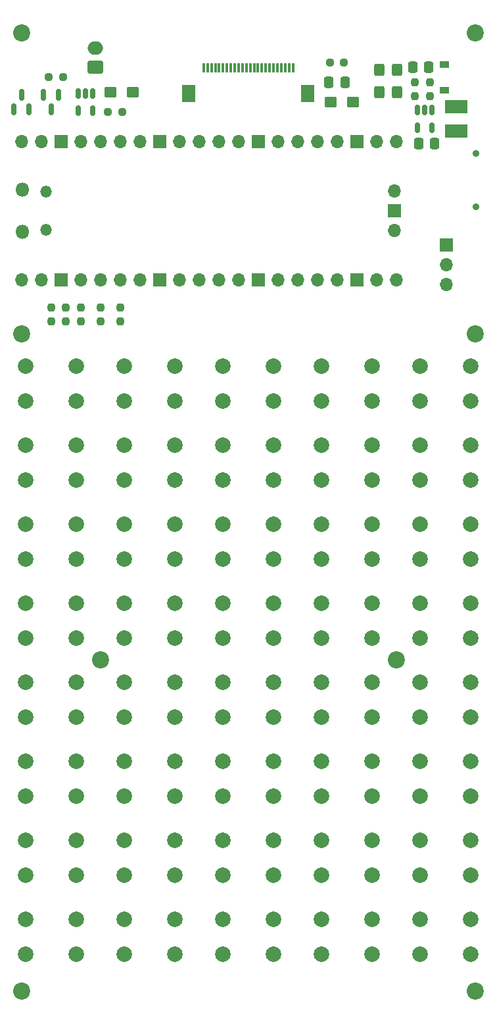
<source format=gbr>
%TF.GenerationSoftware,KiCad,Pcbnew,6.0.5+dfsg-1~bpo11+1*%
%TF.CreationDate,2022-10-03T08:51:32+13:00*%
%TF.ProjectId,ThinCalculator,5468696e-4361-46c6-9375-6c61746f722e,rev?*%
%TF.SameCoordinates,Original*%
%TF.FileFunction,Soldermask,Top*%
%TF.FilePolarity,Negative*%
%FSLAX46Y46*%
G04 Gerber Fmt 4.6, Leading zero omitted, Abs format (unit mm)*
G04 Created by KiCad (PCBNEW 6.0.5+dfsg-1~bpo11+1) date 2022-10-03 08:51:32*
%MOMM*%
%LPD*%
G01*
G04 APERTURE LIST*
G04 Aperture macros list*
%AMRoundRect*
0 Rectangle with rounded corners*
0 $1 Rounding radius*
0 $2 $3 $4 $5 $6 $7 $8 $9 X,Y pos of 4 corners*
0 Add a 4 corners polygon primitive as box body*
4,1,4,$2,$3,$4,$5,$6,$7,$8,$9,$2,$3,0*
0 Add four circle primitives for the rounded corners*
1,1,$1+$1,$2,$3*
1,1,$1+$1,$4,$5*
1,1,$1+$1,$6,$7*
1,1,$1+$1,$8,$9*
0 Add four rect primitives between the rounded corners*
20,1,$1+$1,$2,$3,$4,$5,0*
20,1,$1+$1,$4,$5,$6,$7,0*
20,1,$1+$1,$6,$7,$8,$9,0*
20,1,$1+$1,$8,$9,$2,$3,0*%
G04 Aperture macros list end*
%ADD10O,2.000000X1.700000*%
%ADD11RoundRect,0.250000X0.750000X-0.600000X0.750000X0.600000X-0.750000X0.600000X-0.750000X-0.600000X0*%
%ADD12C,2.200000*%
%ADD13R,0.300000X1.300000*%
%ADD14R,1.800000X2.200000*%
%ADD15R,1.700000X1.700000*%
%ADD16O,1.700000X1.700000*%
%ADD17R,1.200000X0.900000*%
%ADD18RoundRect,0.237500X-0.237500X0.250000X-0.237500X-0.250000X0.237500X-0.250000X0.237500X0.250000X0*%
%ADD19RoundRect,0.237500X0.237500X-0.250000X0.237500X0.250000X-0.237500X0.250000X-0.237500X-0.250000X0*%
%ADD20RoundRect,0.250000X0.337500X0.475000X-0.337500X0.475000X-0.337500X-0.475000X0.337500X-0.475000X0*%
%ADD21R,2.900000X1.800000*%
%ADD22RoundRect,0.150000X-0.150000X0.512500X-0.150000X-0.512500X0.150000X-0.512500X0.150000X0.512500X0*%
%ADD23C,2.000000*%
%ADD24RoundRect,0.237500X0.250000X0.237500X-0.250000X0.237500X-0.250000X-0.237500X0.250000X-0.237500X0*%
%ADD25RoundRect,0.150000X0.150000X-0.587500X0.150000X0.587500X-0.150000X0.587500X-0.150000X-0.587500X0*%
%ADD26RoundRect,0.250000X-0.425000X0.537500X-0.425000X-0.537500X0.425000X-0.537500X0.425000X0.537500X0*%
%ADD27RoundRect,0.237500X-0.250000X-0.237500X0.250000X-0.237500X0.250000X0.237500X-0.250000X0.237500X0*%
%ADD28RoundRect,0.150000X-0.150000X0.587500X-0.150000X-0.587500X0.150000X-0.587500X0.150000X0.587500X0*%
%ADD29RoundRect,0.250000X-0.337500X-0.475000X0.337500X-0.475000X0.337500X0.475000X-0.337500X0.475000X0*%
%ADD30O,1.500000X1.500000*%
%ADD31O,1.800000X1.800000*%
%ADD32RoundRect,0.250000X-0.537500X-0.425000X0.537500X-0.425000X0.537500X0.425000X-0.537500X0.425000X0*%
%ADD33C,0.900000*%
G04 APERTURE END LIST*
D10*
%TO.C,J2*%
X110226974Y-39781974D03*
D11*
X110226974Y-42281974D03*
%TD*%
D12*
%TO.C,H8*%
X148961974Y-118481974D03*
%TD*%
%TO.C,H7*%
X110861974Y-118481974D03*
%TD*%
%TO.C,H6*%
X159121974Y-161026974D03*
%TD*%
%TO.C,H5*%
X100701974Y-161026974D03*
%TD*%
%TO.C,H4*%
X159121974Y-76571974D03*
%TD*%
%TO.C,H3*%
X100701974Y-76571974D03*
%TD*%
%TO.C,H2*%
X159121974Y-37836974D03*
%TD*%
%TO.C,H1*%
X100701974Y-37836974D03*
%TD*%
D13*
%TO.C,U3*%
X124161974Y-42336974D03*
X124661974Y-42336974D03*
X125161974Y-42336974D03*
X125661974Y-42336974D03*
X126161974Y-42336974D03*
X126661974Y-42336974D03*
X127161974Y-42336974D03*
X127661974Y-42336974D03*
X128161974Y-42336974D03*
X128661974Y-42336974D03*
X129161974Y-42336974D03*
X129661974Y-42336974D03*
X130161974Y-42336974D03*
X130661974Y-42336974D03*
X131161974Y-42336974D03*
X131661974Y-42336974D03*
X132161974Y-42336974D03*
X132661974Y-42336974D03*
X133161974Y-42336974D03*
X133661974Y-42336974D03*
X134161974Y-42336974D03*
X134661974Y-42336974D03*
X135161974Y-42336974D03*
X135661974Y-42336974D03*
D14*
X137561974Y-45586974D03*
X122261974Y-45586974D03*
%TD*%
D15*
%TO.C,J1*%
X155438974Y-65141974D03*
D16*
X155438974Y-67681974D03*
X155438974Y-70221974D03*
%TD*%
D17*
%TO.C,D1*%
X155184974Y-41901974D03*
X155184974Y-45201974D03*
%TD*%
D18*
%TO.C,R1*%
X153279974Y-44163474D03*
X153279974Y-45988474D03*
%TD*%
D19*
%TO.C,R2*%
X151374974Y-45988474D03*
X151374974Y-44163474D03*
%TD*%
D20*
%TO.C,C1*%
X153936474Y-52060974D03*
X151861474Y-52060974D03*
%TD*%
D21*
%TO.C,L1*%
X156708974Y-50485974D03*
X156708974Y-47285974D03*
%TD*%
D20*
%TO.C,C2*%
X153174474Y-42281974D03*
X151099474Y-42281974D03*
%TD*%
D22*
%TO.C,U1*%
X153594974Y-47748474D03*
X152644974Y-47748474D03*
X151694974Y-47748474D03*
X151694974Y-50023474D03*
X153594974Y-50023474D03*
%TD*%
D23*
%TO.C,SW41*%
X158561974Y-151791974D03*
X152061974Y-151791974D03*
X158561974Y-156291974D03*
X152061974Y-156291974D03*
%TD*%
%TO.C,SW40*%
X158561974Y-141631974D03*
X152061974Y-141631974D03*
X158561974Y-146131974D03*
X152061974Y-146131974D03*
%TD*%
%TO.C,SW39*%
X158561974Y-131471974D03*
X152061974Y-131471974D03*
X158561974Y-135971974D03*
X152061974Y-135971974D03*
%TD*%
%TO.C,SW38*%
X158561974Y-121311974D03*
X152061974Y-121311974D03*
X158561974Y-125811974D03*
X152061974Y-125811974D03*
%TD*%
%TO.C,SW37*%
X158561974Y-111151974D03*
X152061974Y-111151974D03*
X158561974Y-115651974D03*
X152061974Y-115651974D03*
%TD*%
%TO.C,SW36*%
X158561974Y-100991974D03*
X152061974Y-100991974D03*
X158561974Y-105491974D03*
X152061974Y-105491974D03*
%TD*%
%TO.C,SW35*%
X158561974Y-90831974D03*
X152061974Y-90831974D03*
X158561974Y-95331974D03*
X152061974Y-95331974D03*
%TD*%
%TO.C,SW34*%
X158561974Y-80671974D03*
X152061974Y-80671974D03*
X158561974Y-85171974D03*
X152061974Y-85171974D03*
%TD*%
%TO.C,SW33*%
X145861974Y-151791974D03*
X139361974Y-151791974D03*
X145861974Y-156291974D03*
X139361974Y-156291974D03*
%TD*%
%TO.C,SW32*%
X145861974Y-141631974D03*
X139361974Y-141631974D03*
X145861974Y-146131974D03*
X139361974Y-146131974D03*
%TD*%
%TO.C,SW31*%
X145861974Y-131471974D03*
X139361974Y-131471974D03*
X145861974Y-135971974D03*
X139361974Y-135971974D03*
%TD*%
%TO.C,SW30*%
X145861974Y-121311974D03*
X139361974Y-121311974D03*
X145861974Y-125811974D03*
X139361974Y-125811974D03*
%TD*%
%TO.C,SW29*%
X145861974Y-111151974D03*
X139361974Y-111151974D03*
X145861974Y-115651974D03*
X139361974Y-115651974D03*
%TD*%
%TO.C,SW28*%
X145861974Y-100991974D03*
X139361974Y-100991974D03*
X145861974Y-105491974D03*
X139361974Y-105491974D03*
%TD*%
%TO.C,SW27*%
X145861974Y-90831974D03*
X139361974Y-90831974D03*
X145861974Y-95331974D03*
X139361974Y-95331974D03*
%TD*%
%TO.C,SW26*%
X145861974Y-80671974D03*
X139361974Y-80671974D03*
X145861974Y-85171974D03*
X139361974Y-85171974D03*
%TD*%
%TO.C,SW25*%
X133161974Y-151791974D03*
X126661974Y-151791974D03*
X133161974Y-156291974D03*
X126661974Y-156291974D03*
%TD*%
%TO.C,SW24*%
X133161974Y-141631974D03*
X126661974Y-141631974D03*
X133161974Y-146131974D03*
X126661974Y-146131974D03*
%TD*%
%TO.C,SW23*%
X133161974Y-131471974D03*
X126661974Y-131471974D03*
X133161974Y-135971974D03*
X126661974Y-135971974D03*
%TD*%
%TO.C,SW22*%
X133161974Y-121311974D03*
X126661974Y-121311974D03*
X133161974Y-125811974D03*
X126661974Y-125811974D03*
%TD*%
%TO.C,SW21*%
X133161974Y-111151974D03*
X126661974Y-111151974D03*
X133161974Y-115651974D03*
X126661974Y-115651974D03*
%TD*%
%TO.C,SW20*%
X133161974Y-100991974D03*
X126661974Y-100991974D03*
X133161974Y-105491974D03*
X126661974Y-105491974D03*
%TD*%
%TO.C,SW19*%
X133161974Y-90831974D03*
X126661974Y-90831974D03*
X133161974Y-95331974D03*
X126661974Y-95331974D03*
%TD*%
%TO.C,SW18*%
X133161974Y-80671974D03*
X126661974Y-80671974D03*
X133161974Y-85171974D03*
X126661974Y-85171974D03*
%TD*%
%TO.C,SW17*%
X120461974Y-151791974D03*
X113961974Y-151791974D03*
X120461974Y-156291974D03*
X113961974Y-156291974D03*
%TD*%
%TO.C,SW16*%
X120461974Y-141631974D03*
X113961974Y-141631974D03*
X120461974Y-146131974D03*
X113961974Y-146131974D03*
%TD*%
%TO.C,SW15*%
X120461974Y-131471974D03*
X113961974Y-131471974D03*
X120461974Y-135971974D03*
X113961974Y-135971974D03*
%TD*%
%TO.C,SW14*%
X120461974Y-121311974D03*
X113961974Y-121311974D03*
X120461974Y-125811974D03*
X113961974Y-125811974D03*
%TD*%
%TO.C,SW13*%
X120461974Y-111151974D03*
X113961974Y-111151974D03*
X120461974Y-115651974D03*
X113961974Y-115651974D03*
%TD*%
%TO.C,SW12*%
X120461974Y-100991974D03*
X113961974Y-100991974D03*
X120461974Y-105491974D03*
X113961974Y-105491974D03*
%TD*%
%TO.C,SW11*%
X120461974Y-90831974D03*
X113961974Y-90831974D03*
X120461974Y-95331974D03*
X113961974Y-95331974D03*
%TD*%
%TO.C,SW10*%
X120461974Y-80671974D03*
X113961974Y-80671974D03*
X120461974Y-85171974D03*
X113961974Y-85171974D03*
%TD*%
%TO.C,SW9*%
X107761974Y-151791974D03*
X101261974Y-151791974D03*
X107761974Y-156291974D03*
X101261974Y-156291974D03*
%TD*%
%TO.C,SW8*%
X107761974Y-141631974D03*
X101261974Y-141631974D03*
X107761974Y-146131974D03*
X101261974Y-146131974D03*
%TD*%
%TO.C,SW7*%
X107761974Y-131471974D03*
X101261974Y-131471974D03*
X107761974Y-135971974D03*
X101261974Y-135971974D03*
%TD*%
%TO.C,SW6*%
X107761974Y-121311974D03*
X101261974Y-121311974D03*
X107761974Y-125811974D03*
X101261974Y-125811974D03*
%TD*%
%TO.C,SW5*%
X107761974Y-111151974D03*
X101261974Y-111151974D03*
X107761974Y-115651974D03*
X101261974Y-115651974D03*
%TD*%
%TO.C,SW4*%
X107761974Y-100991974D03*
X101261974Y-100991974D03*
X107761974Y-105491974D03*
X101261974Y-105491974D03*
%TD*%
%TO.C,SW3*%
X107761974Y-90831974D03*
X101261974Y-90831974D03*
X107761974Y-95331974D03*
X101261974Y-95331974D03*
%TD*%
%TO.C,SW2*%
X107761974Y-80671974D03*
X101261974Y-80671974D03*
X107761974Y-85171974D03*
X101261974Y-85171974D03*
%TD*%
D24*
%TO.C,R4*%
X142254474Y-41646974D03*
X140429474Y-41646974D03*
%TD*%
%TO.C,R3*%
X106059474Y-43551974D03*
X104234474Y-43551974D03*
%TD*%
D25*
%TO.C,Q2*%
X100701974Y-45789474D03*
X101651974Y-47664474D03*
X99751974Y-47664474D03*
%TD*%
D26*
%TO.C,C4*%
X146802974Y-42622474D03*
X146802974Y-45497474D03*
%TD*%
D27*
%TO.C,R5*%
X111854474Y-47996974D03*
X113679474Y-47996974D03*
%TD*%
D18*
%TO.C,R10*%
X106416974Y-73119474D03*
X106416974Y-74944474D03*
%TD*%
%TO.C,R6*%
X113401974Y-73119474D03*
X113401974Y-74944474D03*
%TD*%
%TO.C,R7*%
X108321974Y-73119474D03*
X108321974Y-74944474D03*
%TD*%
D22*
%TO.C,U4*%
X109906974Y-45589474D03*
X108956974Y-45589474D03*
X108006974Y-45589474D03*
X108006974Y-47864474D03*
X109906974Y-47864474D03*
%TD*%
D18*
%TO.C,R8*%
X104511974Y-73119474D03*
X104511974Y-74944474D03*
%TD*%
%TO.C,R9*%
X110861974Y-73119474D03*
X110861974Y-74944474D03*
%TD*%
D28*
%TO.C,Q1*%
X105461974Y-45789474D03*
X103561974Y-45789474D03*
X104511974Y-47664474D03*
%TD*%
D29*
%TO.C,C6*%
X140304474Y-44186974D03*
X142379474Y-44186974D03*
%TD*%
D30*
%TO.C,U2*%
X103861974Y-63121974D03*
D31*
X100831974Y-57971974D03*
X100831974Y-63421974D03*
D30*
X103861974Y-58271974D03*
D16*
X100701974Y-69586974D03*
X103241974Y-69586974D03*
D15*
X105781974Y-69586974D03*
D16*
X108321974Y-69586974D03*
X110861974Y-69586974D03*
X113401974Y-69586974D03*
X115941974Y-69586974D03*
D15*
X118481974Y-69586974D03*
D16*
X121021974Y-69586974D03*
X123561974Y-69586974D03*
X126101974Y-69586974D03*
X128641974Y-69586974D03*
D15*
X131181974Y-69586974D03*
D16*
X133721974Y-69586974D03*
X136261974Y-69586974D03*
X138801974Y-69586974D03*
X141341974Y-69586974D03*
D15*
X143881974Y-69586974D03*
D16*
X146421974Y-69586974D03*
X148961974Y-69586974D03*
X148961974Y-51806974D03*
X146421974Y-51806974D03*
D15*
X143881974Y-51806974D03*
D16*
X141341974Y-51806974D03*
X138801974Y-51806974D03*
X136261974Y-51806974D03*
X133721974Y-51806974D03*
D15*
X131181974Y-51806974D03*
D16*
X128641974Y-51806974D03*
X126101974Y-51806974D03*
X123561974Y-51806974D03*
X121021974Y-51806974D03*
D15*
X118481974Y-51806974D03*
D16*
X115941974Y-51806974D03*
X113401974Y-51806974D03*
X110861974Y-51806974D03*
X108321974Y-51806974D03*
D15*
X105781974Y-51806974D03*
D16*
X103241974Y-51806974D03*
X100701974Y-51806974D03*
X148731974Y-63236974D03*
D15*
X148731974Y-60696974D03*
D16*
X148731974Y-58156974D03*
%TD*%
D32*
%TO.C,C5*%
X140539474Y-46726974D03*
X143414474Y-46726974D03*
%TD*%
D26*
%TO.C,C3*%
X149088974Y-42622474D03*
X149088974Y-45497474D03*
%TD*%
D32*
%TO.C,C7*%
X112131974Y-45456974D03*
X115006974Y-45456974D03*
%TD*%
D33*
%TO.C,SW1*%
X159248974Y-53359974D03*
X159248974Y-60159974D03*
%TD*%
M02*

</source>
